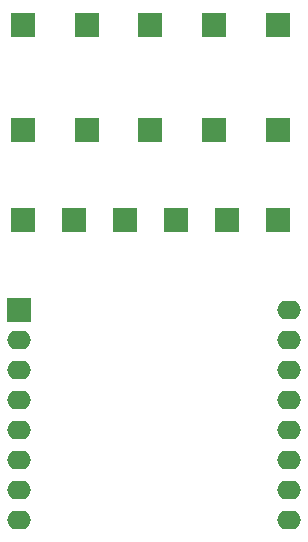
<source format=gbr>
%TF.GenerationSoftware,KiCad,Pcbnew,7.0.8*%
%TF.CreationDate,2024-06-05T08:03:03+02:00*%
%TF.ProjectId,ESP32-CAM_1,45535033-322d-4434-914d-5f312e6b6963,rev?*%
%TF.SameCoordinates,Original*%
%TF.FileFunction,Soldermask,Bot*%
%TF.FilePolarity,Negative*%
%FSLAX46Y46*%
G04 Gerber Fmt 4.6, Leading zero omitted, Abs format (unit mm)*
G04 Created by KiCad (PCBNEW 7.0.8) date 2024-06-05 08:03:03*
%MOMM*%
%LPD*%
G01*
G04 APERTURE LIST*
%ADD10O,2.000000X1.600000*%
%ADD11R,2.000000X2.000000*%
G04 APERTURE END LIST*
D10*
%TO.C,U9*%
X206700000Y-121930000D03*
X206700000Y-119390000D03*
X206700000Y-116850000D03*
X206700000Y-114310000D03*
X206700000Y-111770000D03*
X206700000Y-109230000D03*
X206700000Y-106690000D03*
X206700000Y-104150000D03*
X183840000Y-106690000D03*
D11*
X183840000Y-104150000D03*
D10*
X183840000Y-111770000D03*
X183840000Y-114310000D03*
X183840000Y-109230000D03*
X183840000Y-116850000D03*
X183840000Y-119390000D03*
X183840000Y-121930000D03*
%TD*%
D11*
%TO.C,Vcc*%
X184150000Y-96520000D03*
%TD*%
%TO.C,GND*%
X188468000Y-96520000D03*
%TD*%
%TO.C,GPIO 12*%
X184150000Y-80010000D03*
%TD*%
%TO.C,GPIO 13*%
X189547500Y-80010000D03*
%TD*%
%TO.C,GPIO 15*%
X200342500Y-80010000D03*
%TD*%
%TO.C,GPIO 14*%
X194945000Y-80010000D03*
%TD*%
%TO.C,GPIO 2*%
X194945000Y-88900000D03*
%TD*%
%TO.C,GPIO 4*%
X205740000Y-88900000D03*
%TD*%
%TO.C,3\u002C3V*%
X201422000Y-96520000D03*
%TD*%
%TO.C,GPIO 16*%
X205740000Y-80010000D03*
%TD*%
%TO.C,GPIO 0*%
X184150000Y-88900000D03*
%TD*%
%TO.C,GND*%
X197104000Y-96520000D03*
%TD*%
%TO.C,3\u002C3V*%
X205740000Y-96520000D03*
%TD*%
%TO.C,GPIO 3*%
X200342500Y-88900000D03*
%TD*%
%TO.C,GPIO 1*%
X189547500Y-88900000D03*
%TD*%
%TO.C,GND*%
X192786000Y-96520000D03*
%TD*%
M02*

</source>
